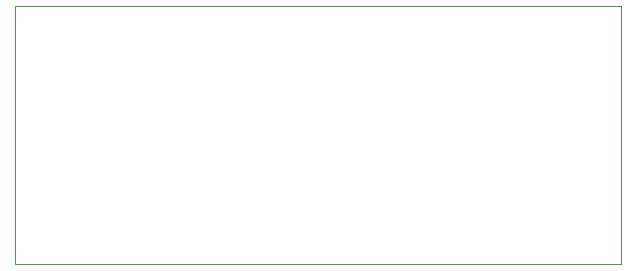
<source format=gbr>
%TF.GenerationSoftware,KiCad,Pcbnew,8.0.1*%
%TF.CreationDate,2024-04-20T16:28:09+12:00*%
%TF.ProjectId,RPi-Connector,5250692d-436f-46e6-9e65-63746f722e6b,rev?*%
%TF.SameCoordinates,Original*%
%TF.FileFunction,Profile,NP*%
%FSLAX46Y46*%
G04 Gerber Fmt 4.6, Leading zero omitted, Abs format (unit mm)*
G04 Created by KiCad (PCBNEW 8.0.1) date 2024-04-20 16:28:09*
%MOMM*%
%LPD*%
G01*
G04 APERTURE LIST*
%TA.AperFunction,Profile*%
%ADD10C,0.050000*%
%TD*%
G04 APERTURE END LIST*
D10*
X123186000Y-73180000D02*
X174494000Y-73180000D01*
X174494000Y-95024000D01*
X123186000Y-95024000D01*
X123186000Y-73180000D01*
M02*

</source>
